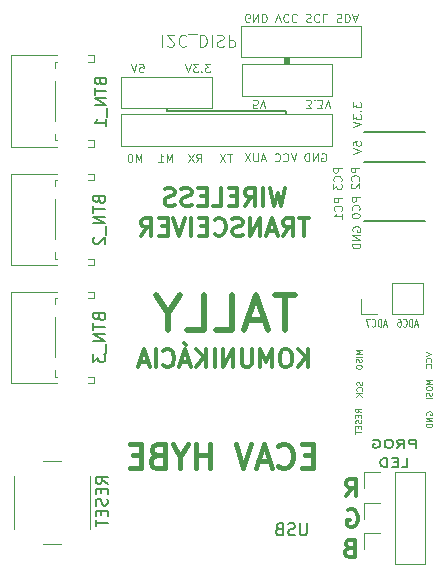
<source format=gbr>
G04 #@! TF.FileFunction,Legend,Bot*
%FSLAX46Y46*%
G04 Gerber Fmt 4.6, Leading zero omitted, Abs format (unit mm)*
G04 Created by KiCad (PCBNEW 4.0.7) date 01/10/19 16:23:13*
%MOMM*%
%LPD*%
G01*
G04 APERTURE LIST*
%ADD10C,0.100000*%
%ADD11C,0.150000*%
%ADD12C,0.300000*%
%ADD13C,0.500000*%
%ADD14C,0.400000*%
%ADD15C,0.120000*%
G04 APERTURE END LIST*
D10*
D11*
X108550000Y-90100000D02*
X108550000Y-90300000D01*
X98500000Y-90100000D02*
X108550000Y-90100000D01*
X98500000Y-89850000D02*
X98500000Y-90100000D01*
D10*
X98078572Y-83647619D02*
X98078572Y-84647619D01*
X98507143Y-84552381D02*
X98554762Y-84600000D01*
X98650000Y-84647619D01*
X98888096Y-84647619D01*
X98983334Y-84600000D01*
X99030953Y-84552381D01*
X99078572Y-84457143D01*
X99078572Y-84361905D01*
X99030953Y-84219048D01*
X98459524Y-83647619D01*
X99078572Y-83647619D01*
X100078572Y-83742857D02*
X100030953Y-83695238D01*
X99888096Y-83647619D01*
X99792858Y-83647619D01*
X99650000Y-83695238D01*
X99554762Y-83790476D01*
X99507143Y-83885714D01*
X99459524Y-84076190D01*
X99459524Y-84219048D01*
X99507143Y-84409524D01*
X99554762Y-84504762D01*
X99650000Y-84600000D01*
X99792858Y-84647619D01*
X99888096Y-84647619D01*
X100030953Y-84600000D01*
X100078572Y-84552381D01*
X100269048Y-83552381D02*
X101030953Y-83552381D01*
X101269048Y-83647619D02*
X101269048Y-84647619D01*
X101507143Y-84647619D01*
X101650001Y-84600000D01*
X101745239Y-84504762D01*
X101792858Y-84409524D01*
X101840477Y-84219048D01*
X101840477Y-84076190D01*
X101792858Y-83885714D01*
X101745239Y-83790476D01*
X101650001Y-83695238D01*
X101507143Y-83647619D01*
X101269048Y-83647619D01*
X102269048Y-83647619D02*
X102269048Y-84647619D01*
X102697619Y-83695238D02*
X102840476Y-83647619D01*
X103078572Y-83647619D01*
X103173810Y-83695238D01*
X103221429Y-83742857D01*
X103269048Y-83838095D01*
X103269048Y-83933333D01*
X103221429Y-84028571D01*
X103173810Y-84076190D01*
X103078572Y-84123810D01*
X102888095Y-84171429D01*
X102792857Y-84219048D01*
X102745238Y-84266667D01*
X102697619Y-84361905D01*
X102697619Y-84457143D01*
X102745238Y-84552381D01*
X102792857Y-84600000D01*
X102888095Y-84647619D01*
X103126191Y-84647619D01*
X103269048Y-84600000D01*
X103697619Y-83647619D02*
X103697619Y-84647619D01*
X104078572Y-84647619D01*
X104173810Y-84600000D01*
X104221429Y-84552381D01*
X104269048Y-84457143D01*
X104269048Y-84314286D01*
X104221429Y-84219048D01*
X104173810Y-84171429D01*
X104078572Y-84123810D01*
X103697619Y-84123810D01*
D12*
X108492857Y-96603571D02*
X108135714Y-98103571D01*
X107850000Y-97032143D01*
X107564286Y-98103571D01*
X107207143Y-96603571D01*
X106635714Y-98103571D02*
X106635714Y-96603571D01*
X105064285Y-98103571D02*
X105564285Y-97389286D01*
X105921428Y-98103571D02*
X105921428Y-96603571D01*
X105350000Y-96603571D01*
X105207142Y-96675000D01*
X105135714Y-96746429D01*
X105064285Y-96889286D01*
X105064285Y-97103571D01*
X105135714Y-97246429D01*
X105207142Y-97317857D01*
X105350000Y-97389286D01*
X105921428Y-97389286D01*
X104421428Y-97317857D02*
X103921428Y-97317857D01*
X103707142Y-98103571D02*
X104421428Y-98103571D01*
X104421428Y-96603571D01*
X103707142Y-96603571D01*
X102349999Y-98103571D02*
X103064285Y-98103571D01*
X103064285Y-96603571D01*
X101849999Y-97317857D02*
X101349999Y-97317857D01*
X101135713Y-98103571D02*
X101849999Y-98103571D01*
X101849999Y-96603571D01*
X101135713Y-96603571D01*
X100564285Y-98032143D02*
X100349999Y-98103571D01*
X99992856Y-98103571D01*
X99849999Y-98032143D01*
X99778570Y-97960714D01*
X99707142Y-97817857D01*
X99707142Y-97675000D01*
X99778570Y-97532143D01*
X99849999Y-97460714D01*
X99992856Y-97389286D01*
X100278570Y-97317857D01*
X100421428Y-97246429D01*
X100492856Y-97175000D01*
X100564285Y-97032143D01*
X100564285Y-96889286D01*
X100492856Y-96746429D01*
X100421428Y-96675000D01*
X100278570Y-96603571D01*
X99921428Y-96603571D01*
X99707142Y-96675000D01*
X99135714Y-98032143D02*
X98921428Y-98103571D01*
X98564285Y-98103571D01*
X98421428Y-98032143D01*
X98349999Y-97960714D01*
X98278571Y-97817857D01*
X98278571Y-97675000D01*
X98349999Y-97532143D01*
X98421428Y-97460714D01*
X98564285Y-97389286D01*
X98849999Y-97317857D01*
X98992857Y-97246429D01*
X99064285Y-97175000D01*
X99135714Y-97032143D01*
X99135714Y-96889286D01*
X99064285Y-96746429D01*
X98992857Y-96675000D01*
X98849999Y-96603571D01*
X98492857Y-96603571D01*
X98278571Y-96675000D01*
X110528571Y-99153571D02*
X109671428Y-99153571D01*
X110099999Y-100653571D02*
X110099999Y-99153571D01*
X108314285Y-100653571D02*
X108814285Y-99939286D01*
X109171428Y-100653571D02*
X109171428Y-99153571D01*
X108600000Y-99153571D01*
X108457142Y-99225000D01*
X108385714Y-99296429D01*
X108314285Y-99439286D01*
X108314285Y-99653571D01*
X108385714Y-99796429D01*
X108457142Y-99867857D01*
X108600000Y-99939286D01*
X109171428Y-99939286D01*
X107742857Y-100225000D02*
X107028571Y-100225000D01*
X107885714Y-100653571D02*
X107385714Y-99153571D01*
X106885714Y-100653571D01*
X106385714Y-100653571D02*
X106385714Y-99153571D01*
X105528571Y-100653571D01*
X105528571Y-99153571D01*
X104885714Y-100582143D02*
X104671428Y-100653571D01*
X104314285Y-100653571D01*
X104171428Y-100582143D01*
X104099999Y-100510714D01*
X104028571Y-100367857D01*
X104028571Y-100225000D01*
X104099999Y-100082143D01*
X104171428Y-100010714D01*
X104314285Y-99939286D01*
X104599999Y-99867857D01*
X104742857Y-99796429D01*
X104814285Y-99725000D01*
X104885714Y-99582143D01*
X104885714Y-99439286D01*
X104814285Y-99296429D01*
X104742857Y-99225000D01*
X104599999Y-99153571D01*
X104242857Y-99153571D01*
X104028571Y-99225000D01*
X102528571Y-100510714D02*
X102600000Y-100582143D01*
X102814286Y-100653571D01*
X102957143Y-100653571D01*
X103171428Y-100582143D01*
X103314286Y-100439286D01*
X103385714Y-100296429D01*
X103457143Y-100010714D01*
X103457143Y-99796429D01*
X103385714Y-99510714D01*
X103314286Y-99367857D01*
X103171428Y-99225000D01*
X102957143Y-99153571D01*
X102814286Y-99153571D01*
X102600000Y-99225000D01*
X102528571Y-99296429D01*
X101885714Y-99867857D02*
X101385714Y-99867857D01*
X101171428Y-100653571D02*
X101885714Y-100653571D01*
X101885714Y-99153571D01*
X101171428Y-99153571D01*
X100528571Y-100653571D02*
X100528571Y-99153571D01*
X100028571Y-99153571D02*
X99528571Y-100653571D01*
X99028571Y-99153571D01*
X98528571Y-99867857D02*
X98028571Y-99867857D01*
X97814285Y-100653571D02*
X98528571Y-100653571D01*
X98528571Y-99153571D01*
X97814285Y-99153571D01*
X96314285Y-100653571D02*
X96814285Y-99939286D01*
X97171428Y-100653571D02*
X97171428Y-99153571D01*
X96600000Y-99153571D01*
X96457142Y-99225000D01*
X96385714Y-99296429D01*
X96314285Y-99439286D01*
X96314285Y-99653571D01*
X96385714Y-99796429D01*
X96457142Y-99867857D01*
X96600000Y-99939286D01*
X97171428Y-99939286D01*
X110457143Y-111778571D02*
X110457143Y-110278571D01*
X109600000Y-111778571D02*
X110242857Y-110921429D01*
X109600000Y-110278571D02*
X110457143Y-111135714D01*
X108671429Y-110278571D02*
X108385715Y-110278571D01*
X108242857Y-110350000D01*
X108100000Y-110492857D01*
X108028572Y-110778571D01*
X108028572Y-111278571D01*
X108100000Y-111564286D01*
X108242857Y-111707143D01*
X108385715Y-111778571D01*
X108671429Y-111778571D01*
X108814286Y-111707143D01*
X108957143Y-111564286D01*
X109028572Y-111278571D01*
X109028572Y-110778571D01*
X108957143Y-110492857D01*
X108814286Y-110350000D01*
X108671429Y-110278571D01*
X107385714Y-111778571D02*
X107385714Y-110278571D01*
X106885714Y-111350000D01*
X106385714Y-110278571D01*
X106385714Y-111778571D01*
X105671428Y-110278571D02*
X105671428Y-111492857D01*
X105600000Y-111635714D01*
X105528571Y-111707143D01*
X105385714Y-111778571D01*
X105100000Y-111778571D01*
X104957142Y-111707143D01*
X104885714Y-111635714D01*
X104814285Y-111492857D01*
X104814285Y-110278571D01*
X104099999Y-111778571D02*
X104099999Y-110278571D01*
X103242856Y-111778571D01*
X103242856Y-110278571D01*
X102528570Y-111778571D02*
X102528570Y-110278571D01*
X101814284Y-111778571D02*
X101814284Y-110278571D01*
X100957141Y-111778571D02*
X101599998Y-110921429D01*
X100957141Y-110278571D02*
X101814284Y-111135714D01*
X100385713Y-111350000D02*
X99671427Y-111350000D01*
X100528570Y-111778571D02*
X100028570Y-110278571D01*
X99528570Y-111778571D01*
X99885713Y-109707143D02*
X100099998Y-109921429D01*
X98171427Y-111635714D02*
X98242856Y-111707143D01*
X98457142Y-111778571D01*
X98599999Y-111778571D01*
X98814284Y-111707143D01*
X98957142Y-111564286D01*
X99028570Y-111421429D01*
X99099999Y-111135714D01*
X99099999Y-110921429D01*
X99028570Y-110635714D01*
X98957142Y-110492857D01*
X98814284Y-110350000D01*
X98599999Y-110278571D01*
X98457142Y-110278571D01*
X98242856Y-110350000D01*
X98171427Y-110421429D01*
X97528570Y-111778571D02*
X97528570Y-110278571D01*
X96885713Y-111350000D02*
X96171427Y-111350000D01*
X97028570Y-111778571D02*
X96528570Y-110278571D01*
X96028570Y-111778571D01*
D13*
X109307143Y-105657143D02*
X107592857Y-105657143D01*
X108450000Y-108657143D02*
X108450000Y-105657143D01*
X106735714Y-107800000D02*
X105307143Y-107800000D01*
X107021429Y-108657143D02*
X106021429Y-105657143D01*
X105021429Y-108657143D01*
X102592857Y-108657143D02*
X104021428Y-108657143D01*
X104021428Y-105657143D01*
X100164286Y-108657143D02*
X101592857Y-108657143D01*
X101592857Y-105657143D01*
X98592858Y-107228571D02*
X98592858Y-108657143D01*
X99592858Y-105657143D02*
X98592858Y-107228571D01*
X97592858Y-105657143D01*
D14*
X110864287Y-119257143D02*
X110197620Y-119257143D01*
X109911906Y-120304762D02*
X110864287Y-120304762D01*
X110864287Y-118304762D01*
X109911906Y-118304762D01*
X107911905Y-120114286D02*
X108007143Y-120209524D01*
X108292858Y-120304762D01*
X108483334Y-120304762D01*
X108769048Y-120209524D01*
X108959524Y-120019048D01*
X109054763Y-119828571D01*
X109150001Y-119447619D01*
X109150001Y-119161905D01*
X109054763Y-118780952D01*
X108959524Y-118590476D01*
X108769048Y-118400000D01*
X108483334Y-118304762D01*
X108292858Y-118304762D01*
X108007143Y-118400000D01*
X107911905Y-118495238D01*
X107150001Y-119733333D02*
X106197620Y-119733333D01*
X107340477Y-120304762D02*
X106673810Y-118304762D01*
X106007143Y-120304762D01*
X105626191Y-118304762D02*
X104959524Y-120304762D01*
X104292857Y-118304762D01*
X102102381Y-120304762D02*
X102102381Y-118304762D01*
X102102381Y-119257143D02*
X100959523Y-119257143D01*
X100959523Y-120304762D02*
X100959523Y-118304762D01*
X99626190Y-119352381D02*
X99626190Y-120304762D01*
X100292857Y-118304762D02*
X99626190Y-119352381D01*
X98959523Y-118304762D01*
X97626190Y-119257143D02*
X97340476Y-119352381D01*
X97245237Y-119447619D01*
X97149999Y-119638095D01*
X97149999Y-119923810D01*
X97245237Y-120114286D01*
X97340476Y-120209524D01*
X97530952Y-120304762D01*
X98292857Y-120304762D01*
X98292857Y-118304762D01*
X97626190Y-118304762D01*
X97435714Y-118400000D01*
X97340476Y-118495238D01*
X97245237Y-118685714D01*
X97245237Y-118876190D01*
X97340476Y-119066667D01*
X97435714Y-119161905D01*
X97626190Y-119257143D01*
X98292857Y-119257143D01*
X96292857Y-119257143D02*
X95626190Y-119257143D01*
X95340476Y-120304762D02*
X96292857Y-120304762D01*
X96292857Y-118304762D01*
X95340476Y-118304762D01*
D11*
X108450000Y-86100000D02*
X108450000Y-85600000D01*
X108550000Y-85600000D02*
X108450000Y-86100000D01*
X108550000Y-86100000D02*
X108550000Y-85600000D01*
X108650000Y-85600000D02*
X108550000Y-86100000D01*
X108700000Y-86100000D02*
X108650000Y-85600000D01*
X108750000Y-85600000D02*
X108700000Y-86100000D01*
X108850000Y-86100000D02*
X108750000Y-85600000D01*
X108850000Y-85550000D02*
X108850000Y-86100000D01*
D10*
X113266667Y-94933334D02*
X112566667Y-94933334D01*
X112566667Y-95200000D01*
X112600000Y-95266667D01*
X112633333Y-95300000D01*
X112700000Y-95333334D01*
X112800000Y-95333334D01*
X112866667Y-95300000D01*
X112900000Y-95266667D01*
X112933333Y-95200000D01*
X112933333Y-94933334D01*
X113200000Y-96033334D02*
X113233333Y-96000000D01*
X113266667Y-95900000D01*
X113266667Y-95833334D01*
X113233333Y-95733334D01*
X113166667Y-95666667D01*
X113100000Y-95633334D01*
X112966667Y-95600000D01*
X112866667Y-95600000D01*
X112733333Y-95633334D01*
X112666667Y-95666667D01*
X112600000Y-95733334D01*
X112566667Y-95833334D01*
X112566667Y-95900000D01*
X112600000Y-96000000D01*
X112633333Y-96033334D01*
X112566667Y-96266667D02*
X112566667Y-96700000D01*
X112833333Y-96466667D01*
X112833333Y-96566667D01*
X112866667Y-96633334D01*
X112900000Y-96666667D01*
X112966667Y-96700000D01*
X113133333Y-96700000D01*
X113200000Y-96666667D01*
X113233333Y-96633334D01*
X113266667Y-96566667D01*
X113266667Y-96366667D01*
X113233333Y-96300000D01*
X113200000Y-96266667D01*
X114766667Y-94883334D02*
X114066667Y-94883334D01*
X114066667Y-95150000D01*
X114100000Y-95216667D01*
X114133333Y-95250000D01*
X114200000Y-95283334D01*
X114300000Y-95283334D01*
X114366667Y-95250000D01*
X114400000Y-95216667D01*
X114433333Y-95150000D01*
X114433333Y-94883334D01*
X114700000Y-95983334D02*
X114733333Y-95950000D01*
X114766667Y-95850000D01*
X114766667Y-95783334D01*
X114733333Y-95683334D01*
X114666667Y-95616667D01*
X114600000Y-95583334D01*
X114466667Y-95550000D01*
X114366667Y-95550000D01*
X114233333Y-95583334D01*
X114166667Y-95616667D01*
X114100000Y-95683334D01*
X114066667Y-95783334D01*
X114066667Y-95850000D01*
X114100000Y-95950000D01*
X114133333Y-95983334D01*
X114133333Y-96250000D02*
X114100000Y-96283334D01*
X114066667Y-96350000D01*
X114066667Y-96516667D01*
X114100000Y-96583334D01*
X114133333Y-96616667D01*
X114200000Y-96650000D01*
X114266667Y-96650000D01*
X114366667Y-96616667D01*
X114766667Y-96216667D01*
X114766667Y-96650000D01*
X113316667Y-97433334D02*
X112616667Y-97433334D01*
X112616667Y-97700000D01*
X112650000Y-97766667D01*
X112683333Y-97800000D01*
X112750000Y-97833334D01*
X112850000Y-97833334D01*
X112916667Y-97800000D01*
X112950000Y-97766667D01*
X112983333Y-97700000D01*
X112983333Y-97433334D01*
X113250000Y-98533334D02*
X113283333Y-98500000D01*
X113316667Y-98400000D01*
X113316667Y-98333334D01*
X113283333Y-98233334D01*
X113216667Y-98166667D01*
X113150000Y-98133334D01*
X113016667Y-98100000D01*
X112916667Y-98100000D01*
X112783333Y-98133334D01*
X112716667Y-98166667D01*
X112650000Y-98233334D01*
X112616667Y-98333334D01*
X112616667Y-98400000D01*
X112650000Y-98500000D01*
X112683333Y-98533334D01*
X113316667Y-99200000D02*
X113316667Y-98800000D01*
X113316667Y-99000000D02*
X112616667Y-99000000D01*
X112716667Y-98933334D01*
X112783333Y-98866667D01*
X112816667Y-98800000D01*
X114816667Y-97383334D02*
X114116667Y-97383334D01*
X114116667Y-97650000D01*
X114150000Y-97716667D01*
X114183333Y-97750000D01*
X114250000Y-97783334D01*
X114350000Y-97783334D01*
X114416667Y-97750000D01*
X114450000Y-97716667D01*
X114483333Y-97650000D01*
X114483333Y-97383334D01*
X114750000Y-98483334D02*
X114783333Y-98450000D01*
X114816667Y-98350000D01*
X114816667Y-98283334D01*
X114783333Y-98183334D01*
X114716667Y-98116667D01*
X114650000Y-98083334D01*
X114516667Y-98050000D01*
X114416667Y-98050000D01*
X114283333Y-98083334D01*
X114216667Y-98116667D01*
X114150000Y-98183334D01*
X114116667Y-98283334D01*
X114116667Y-98350000D01*
X114150000Y-98450000D01*
X114183333Y-98483334D01*
X114116667Y-98916667D02*
X114116667Y-98983334D01*
X114150000Y-99050000D01*
X114183333Y-99083334D01*
X114250000Y-99116667D01*
X114383333Y-99150000D01*
X114550000Y-99150000D01*
X114683333Y-99116667D01*
X114750000Y-99083334D01*
X114783333Y-99050000D01*
X114816667Y-98983334D01*
X114816667Y-98916667D01*
X114783333Y-98850000D01*
X114750000Y-98816667D01*
X114683333Y-98783334D01*
X114550000Y-98750000D01*
X114383333Y-98750000D01*
X114250000Y-98783334D01*
X114183333Y-98816667D01*
X114150000Y-98850000D01*
X114116667Y-98916667D01*
D11*
X115200000Y-99450000D02*
X120350000Y-99450000D01*
D10*
X114200000Y-100266667D02*
X114166667Y-100200001D01*
X114166667Y-100100001D01*
X114200000Y-100000001D01*
X114266667Y-99933334D01*
X114333333Y-99900001D01*
X114466667Y-99866667D01*
X114566667Y-99866667D01*
X114700000Y-99900001D01*
X114766667Y-99933334D01*
X114833333Y-100000001D01*
X114866667Y-100100001D01*
X114866667Y-100166667D01*
X114833333Y-100266667D01*
X114800000Y-100300001D01*
X114566667Y-100300001D01*
X114566667Y-100166667D01*
X114866667Y-100600001D02*
X114166667Y-100600001D01*
X114866667Y-101000001D01*
X114166667Y-101000001D01*
X114866667Y-101333334D02*
X114166667Y-101333334D01*
X114166667Y-101500000D01*
X114200000Y-101600000D01*
X114266667Y-101666667D01*
X114333333Y-101700000D01*
X114466667Y-101733334D01*
X114566667Y-101733334D01*
X114700000Y-101700000D01*
X114766667Y-101666667D01*
X114833333Y-101600000D01*
X114866667Y-101500000D01*
X114866667Y-101333334D01*
X114216667Y-89366667D02*
X114216667Y-89800000D01*
X114483333Y-89566667D01*
X114483333Y-89666667D01*
X114516667Y-89733334D01*
X114550000Y-89766667D01*
X114616667Y-89800000D01*
X114783333Y-89800000D01*
X114850000Y-89766667D01*
X114883333Y-89733334D01*
X114916667Y-89666667D01*
X114916667Y-89466667D01*
X114883333Y-89400000D01*
X114850000Y-89366667D01*
X114850000Y-90100001D02*
X114883333Y-90133334D01*
X114916667Y-90100001D01*
X114883333Y-90066667D01*
X114850000Y-90100001D01*
X114916667Y-90100001D01*
X114216667Y-90366667D02*
X114216667Y-90800000D01*
X114483333Y-90566667D01*
X114483333Y-90666667D01*
X114516667Y-90733334D01*
X114550000Y-90766667D01*
X114616667Y-90800000D01*
X114783333Y-90800000D01*
X114850000Y-90766667D01*
X114883333Y-90733334D01*
X114916667Y-90666667D01*
X114916667Y-90466667D01*
X114883333Y-90400000D01*
X114850000Y-90366667D01*
X114216667Y-91000001D02*
X114916667Y-91233334D01*
X114216667Y-91466667D01*
X114216667Y-93016667D02*
X114216667Y-92683334D01*
X114550000Y-92650000D01*
X114516667Y-92683334D01*
X114483333Y-92750000D01*
X114483333Y-92916667D01*
X114516667Y-92983334D01*
X114550000Y-93016667D01*
X114616667Y-93050000D01*
X114783333Y-93050000D01*
X114850000Y-93016667D01*
X114883333Y-92983334D01*
X114916667Y-92916667D01*
X114916667Y-92750000D01*
X114883333Y-92683334D01*
X114850000Y-92650000D01*
X114216667Y-93250001D02*
X114916667Y-93483334D01*
X114216667Y-93716667D01*
D11*
X115200000Y-94400000D02*
X120350000Y-94400000D01*
X115200000Y-91850000D02*
X120350000Y-91850000D01*
D10*
X111583333Y-93700000D02*
X111649999Y-93666667D01*
X111749999Y-93666667D01*
X111849999Y-93700000D01*
X111916666Y-93766667D01*
X111949999Y-93833333D01*
X111983333Y-93966667D01*
X111983333Y-94066667D01*
X111949999Y-94200000D01*
X111916666Y-94266667D01*
X111849999Y-94333333D01*
X111749999Y-94366667D01*
X111683333Y-94366667D01*
X111583333Y-94333333D01*
X111549999Y-94300000D01*
X111549999Y-94066667D01*
X111683333Y-94066667D01*
X111249999Y-94366667D02*
X111249999Y-93666667D01*
X110849999Y-94366667D01*
X110849999Y-93666667D01*
X110516666Y-94366667D02*
X110516666Y-93666667D01*
X110350000Y-93666667D01*
X110250000Y-93700000D01*
X110183333Y-93766667D01*
X110150000Y-93833333D01*
X110116666Y-93966667D01*
X110116666Y-94066667D01*
X110150000Y-94200000D01*
X110183333Y-94266667D01*
X110250000Y-94333333D01*
X110350000Y-94366667D01*
X110516666Y-94366667D01*
X109433333Y-93666667D02*
X109200000Y-94366667D01*
X108966667Y-93666667D01*
X108333333Y-94300000D02*
X108366667Y-94333333D01*
X108466667Y-94366667D01*
X108533333Y-94366667D01*
X108633333Y-94333333D01*
X108700000Y-94266667D01*
X108733333Y-94200000D01*
X108766667Y-94066667D01*
X108766667Y-93966667D01*
X108733333Y-93833333D01*
X108700000Y-93766667D01*
X108633333Y-93700000D01*
X108533333Y-93666667D01*
X108466667Y-93666667D01*
X108366667Y-93700000D01*
X108333333Y-93733333D01*
X107633333Y-94300000D02*
X107666667Y-94333333D01*
X107766667Y-94366667D01*
X107833333Y-94366667D01*
X107933333Y-94333333D01*
X108000000Y-94266667D01*
X108033333Y-94200000D01*
X108066667Y-94066667D01*
X108066667Y-93966667D01*
X108033333Y-93833333D01*
X108000000Y-93766667D01*
X107933333Y-93700000D01*
X107833333Y-93666667D01*
X107766667Y-93666667D01*
X107666667Y-93700000D01*
X107633333Y-93733333D01*
X106816667Y-94166667D02*
X106483333Y-94166667D01*
X106883333Y-94366667D02*
X106650000Y-93666667D01*
X106416667Y-94366667D01*
X106183333Y-93666667D02*
X106183333Y-94233333D01*
X106150000Y-94300000D01*
X106116667Y-94333333D01*
X106050000Y-94366667D01*
X105916667Y-94366667D01*
X105850000Y-94333333D01*
X105816667Y-94300000D01*
X105783333Y-94233333D01*
X105783333Y-93666667D01*
X105516667Y-93666667D02*
X105050000Y-94366667D01*
X105050000Y-93666667D02*
X105516667Y-94366667D01*
X103983333Y-93716667D02*
X103583333Y-93716667D01*
X103783333Y-94416667D02*
X103783333Y-93716667D01*
X103416667Y-93716667D02*
X102950000Y-94416667D01*
X102950000Y-93716667D02*
X103416667Y-94416667D01*
X100966666Y-94416667D02*
X101200000Y-94083333D01*
X101366666Y-94416667D02*
X101366666Y-93716667D01*
X101100000Y-93716667D01*
X101033333Y-93750000D01*
X101000000Y-93783333D01*
X100966666Y-93850000D01*
X100966666Y-93950000D01*
X101000000Y-94016667D01*
X101033333Y-94050000D01*
X101100000Y-94083333D01*
X101366666Y-94083333D01*
X100733333Y-93716667D02*
X100266666Y-94416667D01*
X100266666Y-93716667D02*
X100733333Y-94416667D01*
X98916666Y-94416667D02*
X98916666Y-93716667D01*
X98683333Y-94216667D01*
X98450000Y-93716667D01*
X98450000Y-94416667D01*
X97750000Y-94416667D02*
X98150000Y-94416667D01*
X97950000Y-94416667D02*
X97950000Y-93716667D01*
X98016666Y-93816667D01*
X98083333Y-93883333D01*
X98150000Y-93916667D01*
X96316666Y-94416667D02*
X96316666Y-93716667D01*
X96083333Y-94216667D01*
X95850000Y-93716667D01*
X95850000Y-94416667D01*
X95383333Y-93716667D02*
X95316666Y-93716667D01*
X95250000Y-93750000D01*
X95216666Y-93783333D01*
X95183333Y-93850000D01*
X95150000Y-93983333D01*
X95150000Y-94150000D01*
X95183333Y-94283333D01*
X95216666Y-94350000D01*
X95250000Y-94383333D01*
X95316666Y-94416667D01*
X95383333Y-94416667D01*
X95450000Y-94383333D01*
X95483333Y-94350000D01*
X95516666Y-94283333D01*
X95550000Y-94150000D01*
X95550000Y-93983333D01*
X95516666Y-93850000D01*
X95483333Y-93783333D01*
X95450000Y-93750000D01*
X95383333Y-93716667D01*
X110216667Y-89833333D02*
X110650000Y-89833333D01*
X110416667Y-89566667D01*
X110516667Y-89566667D01*
X110583334Y-89533333D01*
X110616667Y-89500000D01*
X110650000Y-89433333D01*
X110650000Y-89266667D01*
X110616667Y-89200000D01*
X110583334Y-89166667D01*
X110516667Y-89133333D01*
X110316667Y-89133333D01*
X110250000Y-89166667D01*
X110216667Y-89200000D01*
X110950001Y-89200000D02*
X110983334Y-89166667D01*
X110950001Y-89133333D01*
X110916667Y-89166667D01*
X110950001Y-89200000D01*
X110950001Y-89133333D01*
X111216667Y-89833333D02*
X111650000Y-89833333D01*
X111416667Y-89566667D01*
X111516667Y-89566667D01*
X111583334Y-89533333D01*
X111616667Y-89500000D01*
X111650000Y-89433333D01*
X111650000Y-89266667D01*
X111616667Y-89200000D01*
X111583334Y-89166667D01*
X111516667Y-89133333D01*
X111316667Y-89133333D01*
X111250000Y-89166667D01*
X111216667Y-89200000D01*
X111850001Y-89833333D02*
X112083334Y-89133333D01*
X112316667Y-89833333D01*
X106116667Y-89833333D02*
X105783334Y-89833333D01*
X105750000Y-89500000D01*
X105783334Y-89533333D01*
X105850000Y-89566667D01*
X106016667Y-89566667D01*
X106083334Y-89533333D01*
X106116667Y-89500000D01*
X106150000Y-89433333D01*
X106150000Y-89266667D01*
X106116667Y-89200000D01*
X106083334Y-89166667D01*
X106016667Y-89133333D01*
X105850000Y-89133333D01*
X105783334Y-89166667D01*
X105750000Y-89200000D01*
X106350001Y-89833333D02*
X106583334Y-89133333D01*
X106816667Y-89833333D01*
X112850000Y-81916667D02*
X112950000Y-81883333D01*
X113116667Y-81883333D01*
X113183334Y-81916667D01*
X113216667Y-81950000D01*
X113250000Y-82016667D01*
X113250000Y-82083333D01*
X113216667Y-82150000D01*
X113183334Y-82183333D01*
X113116667Y-82216667D01*
X112983334Y-82250000D01*
X112916667Y-82283333D01*
X112883334Y-82316667D01*
X112850000Y-82383333D01*
X112850000Y-82450000D01*
X112883334Y-82516667D01*
X112916667Y-82550000D01*
X112983334Y-82583333D01*
X113150000Y-82583333D01*
X113250000Y-82550000D01*
X113550001Y-81883333D02*
X113550001Y-82583333D01*
X113716667Y-82583333D01*
X113816667Y-82550000D01*
X113883334Y-82483333D01*
X113916667Y-82416667D01*
X113950001Y-82283333D01*
X113950001Y-82183333D01*
X113916667Y-82050000D01*
X113883334Y-81983333D01*
X113816667Y-81916667D01*
X113716667Y-81883333D01*
X113550001Y-81883333D01*
X114216667Y-82083333D02*
X114550001Y-82083333D01*
X114150001Y-81883333D02*
X114383334Y-82583333D01*
X114616667Y-81883333D01*
X110266666Y-81916667D02*
X110366666Y-81883333D01*
X110533333Y-81883333D01*
X110600000Y-81916667D01*
X110633333Y-81950000D01*
X110666666Y-82016667D01*
X110666666Y-82083333D01*
X110633333Y-82150000D01*
X110600000Y-82183333D01*
X110533333Y-82216667D01*
X110400000Y-82250000D01*
X110333333Y-82283333D01*
X110300000Y-82316667D01*
X110266666Y-82383333D01*
X110266666Y-82450000D01*
X110300000Y-82516667D01*
X110333333Y-82550000D01*
X110400000Y-82583333D01*
X110566666Y-82583333D01*
X110666666Y-82550000D01*
X111366667Y-81950000D02*
X111333333Y-81916667D01*
X111233333Y-81883333D01*
X111166667Y-81883333D01*
X111066667Y-81916667D01*
X111000000Y-81983333D01*
X110966667Y-82050000D01*
X110933333Y-82183333D01*
X110933333Y-82283333D01*
X110966667Y-82416667D01*
X111000000Y-82483333D01*
X111066667Y-82550000D01*
X111166667Y-82583333D01*
X111233333Y-82583333D01*
X111333333Y-82550000D01*
X111366667Y-82516667D01*
X112000000Y-81883333D02*
X111666667Y-81883333D01*
X111666667Y-82583333D01*
X105466667Y-82550000D02*
X105400001Y-82583333D01*
X105300001Y-82583333D01*
X105200001Y-82550000D01*
X105133334Y-82483333D01*
X105100001Y-82416667D01*
X105066667Y-82283333D01*
X105066667Y-82183333D01*
X105100001Y-82050000D01*
X105133334Y-81983333D01*
X105200001Y-81916667D01*
X105300001Y-81883333D01*
X105366667Y-81883333D01*
X105466667Y-81916667D01*
X105500001Y-81950000D01*
X105500001Y-82183333D01*
X105366667Y-82183333D01*
X105800001Y-81883333D02*
X105800001Y-82583333D01*
X106200001Y-81883333D01*
X106200001Y-82583333D01*
X106533334Y-81883333D02*
X106533334Y-82583333D01*
X106700000Y-82583333D01*
X106800000Y-82550000D01*
X106866667Y-82483333D01*
X106900000Y-82416667D01*
X106933334Y-82283333D01*
X106933334Y-82183333D01*
X106900000Y-82050000D01*
X106866667Y-81983333D01*
X106800000Y-81916667D01*
X106700000Y-81883333D01*
X106533334Y-81883333D01*
X102133333Y-86116667D02*
X101700000Y-86116667D01*
X101933333Y-86383333D01*
X101833333Y-86383333D01*
X101766666Y-86416667D01*
X101733333Y-86450000D01*
X101700000Y-86516667D01*
X101700000Y-86683333D01*
X101733333Y-86750000D01*
X101766666Y-86783333D01*
X101833333Y-86816667D01*
X102033333Y-86816667D01*
X102100000Y-86783333D01*
X102133333Y-86750000D01*
X101399999Y-86750000D02*
X101366666Y-86783333D01*
X101399999Y-86816667D01*
X101433333Y-86783333D01*
X101399999Y-86750000D01*
X101399999Y-86816667D01*
X101133333Y-86116667D02*
X100700000Y-86116667D01*
X100933333Y-86383333D01*
X100833333Y-86383333D01*
X100766666Y-86416667D01*
X100733333Y-86450000D01*
X100700000Y-86516667D01*
X100700000Y-86683333D01*
X100733333Y-86750000D01*
X100766666Y-86783333D01*
X100833333Y-86816667D01*
X101033333Y-86816667D01*
X101100000Y-86783333D01*
X101133333Y-86750000D01*
X100499999Y-86116667D02*
X100266666Y-86816667D01*
X100033333Y-86116667D01*
X96133333Y-86116667D02*
X96466666Y-86116667D01*
X96500000Y-86450000D01*
X96466666Y-86416667D01*
X96400000Y-86383333D01*
X96233333Y-86383333D01*
X96166666Y-86416667D01*
X96133333Y-86450000D01*
X96100000Y-86516667D01*
X96100000Y-86683333D01*
X96133333Y-86750000D01*
X96166666Y-86783333D01*
X96233333Y-86816667D01*
X96400000Y-86816667D01*
X96466666Y-86783333D01*
X96500000Y-86750000D01*
X95899999Y-86116667D02*
X95666666Y-86816667D01*
X95433333Y-86116667D01*
X119707142Y-108166667D02*
X119469047Y-108166667D01*
X119754761Y-108366667D02*
X119588094Y-107666667D01*
X119421428Y-108366667D01*
X119254761Y-108366667D02*
X119254761Y-107666667D01*
X119135714Y-107666667D01*
X119064285Y-107700000D01*
X119016666Y-107766667D01*
X118992857Y-107833333D01*
X118969047Y-107966667D01*
X118969047Y-108066667D01*
X118992857Y-108200000D01*
X119016666Y-108266667D01*
X119064285Y-108333333D01*
X119135714Y-108366667D01*
X119254761Y-108366667D01*
X118469047Y-108300000D02*
X118492857Y-108333333D01*
X118564285Y-108366667D01*
X118611904Y-108366667D01*
X118683333Y-108333333D01*
X118730952Y-108266667D01*
X118754761Y-108200000D01*
X118778571Y-108066667D01*
X118778571Y-107966667D01*
X118754761Y-107833333D01*
X118730952Y-107766667D01*
X118683333Y-107700000D01*
X118611904Y-107666667D01*
X118564285Y-107666667D01*
X118492857Y-107700000D01*
X118469047Y-107733333D01*
X118040476Y-107666667D02*
X118135714Y-107666667D01*
X118183333Y-107700000D01*
X118207142Y-107733333D01*
X118254761Y-107833333D01*
X118278571Y-107966667D01*
X118278571Y-108233333D01*
X118254761Y-108300000D01*
X118230952Y-108333333D01*
X118183333Y-108366667D01*
X118088095Y-108366667D01*
X118040476Y-108333333D01*
X118016666Y-108300000D01*
X117992857Y-108233333D01*
X117992857Y-108066667D01*
X118016666Y-108000000D01*
X118040476Y-107966667D01*
X118088095Y-107933333D01*
X118183333Y-107933333D01*
X118230952Y-107966667D01*
X118254761Y-108000000D01*
X118278571Y-108066667D01*
X117057142Y-108166667D02*
X116819047Y-108166667D01*
X117104761Y-108366667D02*
X116938094Y-107666667D01*
X116771428Y-108366667D01*
X116604761Y-108366667D02*
X116604761Y-107666667D01*
X116485714Y-107666667D01*
X116414285Y-107700000D01*
X116366666Y-107766667D01*
X116342857Y-107833333D01*
X116319047Y-107966667D01*
X116319047Y-108066667D01*
X116342857Y-108200000D01*
X116366666Y-108266667D01*
X116414285Y-108333333D01*
X116485714Y-108366667D01*
X116604761Y-108366667D01*
X115819047Y-108300000D02*
X115842857Y-108333333D01*
X115914285Y-108366667D01*
X115961904Y-108366667D01*
X116033333Y-108333333D01*
X116080952Y-108266667D01*
X116104761Y-108200000D01*
X116128571Y-108066667D01*
X116128571Y-107966667D01*
X116104761Y-107833333D01*
X116080952Y-107766667D01*
X116033333Y-107700000D01*
X115961904Y-107666667D01*
X115914285Y-107666667D01*
X115842857Y-107700000D01*
X115819047Y-107733333D01*
X115652380Y-107666667D02*
X115319047Y-107666667D01*
X115533333Y-108366667D01*
X120376190Y-110533334D02*
X120876190Y-110700001D01*
X120376190Y-110866667D01*
X120828571Y-111319048D02*
X120852381Y-111295238D01*
X120876190Y-111223810D01*
X120876190Y-111176191D01*
X120852381Y-111104762D01*
X120804762Y-111057143D01*
X120757143Y-111033334D01*
X120661905Y-111009524D01*
X120590476Y-111009524D01*
X120495238Y-111033334D01*
X120447619Y-111057143D01*
X120400000Y-111104762D01*
X120376190Y-111176191D01*
X120376190Y-111223810D01*
X120400000Y-111295238D01*
X120423810Y-111319048D01*
X120828571Y-111819048D02*
X120852381Y-111795238D01*
X120876190Y-111723810D01*
X120876190Y-111676191D01*
X120852381Y-111604762D01*
X120804762Y-111557143D01*
X120757143Y-111533334D01*
X120661905Y-111509524D01*
X120590476Y-111509524D01*
X120495238Y-111533334D01*
X120447619Y-111557143D01*
X120400000Y-111604762D01*
X120376190Y-111676191D01*
X120376190Y-111723810D01*
X120400000Y-111795238D01*
X120423810Y-111819048D01*
X120450000Y-115819047D02*
X120426190Y-115771428D01*
X120426190Y-115700000D01*
X120450000Y-115628571D01*
X120497619Y-115580952D01*
X120545238Y-115557143D01*
X120640476Y-115533333D01*
X120711905Y-115533333D01*
X120807143Y-115557143D01*
X120854762Y-115580952D01*
X120902381Y-115628571D01*
X120926190Y-115700000D01*
X120926190Y-115747619D01*
X120902381Y-115819047D01*
X120878571Y-115842857D01*
X120711905Y-115842857D01*
X120711905Y-115747619D01*
X120926190Y-116057143D02*
X120426190Y-116057143D01*
X120926190Y-116342857D01*
X120426190Y-116342857D01*
X120926190Y-116580953D02*
X120426190Y-116580953D01*
X120426190Y-116700000D01*
X120450000Y-116771429D01*
X120497619Y-116819048D01*
X120545238Y-116842857D01*
X120640476Y-116866667D01*
X120711905Y-116866667D01*
X120807143Y-116842857D01*
X120854762Y-116819048D01*
X120902381Y-116771429D01*
X120926190Y-116700000D01*
X120926190Y-116580953D01*
D11*
X119535714Y-118616667D02*
X119535714Y-117916667D01*
X119154761Y-117916667D01*
X119059523Y-117950000D01*
X119011904Y-117983333D01*
X118964285Y-118050000D01*
X118964285Y-118150000D01*
X119011904Y-118216667D01*
X119059523Y-118250000D01*
X119154761Y-118283333D01*
X119535714Y-118283333D01*
X117964285Y-118616667D02*
X118297619Y-118283333D01*
X118535714Y-118616667D02*
X118535714Y-117916667D01*
X118154761Y-117916667D01*
X118059523Y-117950000D01*
X118011904Y-117983333D01*
X117964285Y-118050000D01*
X117964285Y-118150000D01*
X118011904Y-118216667D01*
X118059523Y-118250000D01*
X118154761Y-118283333D01*
X118535714Y-118283333D01*
X117345238Y-117916667D02*
X117154761Y-117916667D01*
X117059523Y-117950000D01*
X116964285Y-118016667D01*
X116916666Y-118150000D01*
X116916666Y-118383333D01*
X116964285Y-118516667D01*
X117059523Y-118583333D01*
X117154761Y-118616667D01*
X117345238Y-118616667D01*
X117440476Y-118583333D01*
X117535714Y-118516667D01*
X117583333Y-118383333D01*
X117583333Y-118150000D01*
X117535714Y-118016667D01*
X117440476Y-117950000D01*
X117345238Y-117916667D01*
X115964285Y-117950000D02*
X116059523Y-117916667D01*
X116202380Y-117916667D01*
X116345238Y-117950000D01*
X116440476Y-118016667D01*
X116488095Y-118083333D01*
X116535714Y-118216667D01*
X116535714Y-118316667D01*
X116488095Y-118450000D01*
X116440476Y-118516667D01*
X116345238Y-118583333D01*
X116202380Y-118616667D01*
X116107142Y-118616667D01*
X115964285Y-118583333D01*
X115916666Y-118550000D01*
X115916666Y-118316667D01*
X116107142Y-118316667D01*
D10*
X115002381Y-113007143D02*
X115026190Y-113078572D01*
X115026190Y-113197619D01*
X115002381Y-113245238D01*
X114978571Y-113269048D01*
X114930952Y-113292857D01*
X114883333Y-113292857D01*
X114835714Y-113269048D01*
X114811905Y-113245238D01*
X114788095Y-113197619D01*
X114764286Y-113102381D01*
X114740476Y-113054762D01*
X114716667Y-113030953D01*
X114669048Y-113007143D01*
X114621429Y-113007143D01*
X114573810Y-113030953D01*
X114550000Y-113054762D01*
X114526190Y-113102381D01*
X114526190Y-113221429D01*
X114550000Y-113292857D01*
X114978571Y-113792857D02*
X115002381Y-113769047D01*
X115026190Y-113697619D01*
X115026190Y-113650000D01*
X115002381Y-113578571D01*
X114954762Y-113530952D01*
X114907143Y-113507143D01*
X114811905Y-113483333D01*
X114740476Y-113483333D01*
X114645238Y-113507143D01*
X114597619Y-113530952D01*
X114550000Y-113578571D01*
X114526190Y-113650000D01*
X114526190Y-113697619D01*
X114550000Y-113769047D01*
X114573810Y-113792857D01*
X115026190Y-114007143D02*
X114526190Y-114007143D01*
X115026190Y-114292857D02*
X114740476Y-114078571D01*
X114526190Y-114292857D02*
X114811905Y-114007143D01*
X114926190Y-115623810D02*
X114688095Y-115457143D01*
X114926190Y-115338096D02*
X114426190Y-115338096D01*
X114426190Y-115528572D01*
X114450000Y-115576191D01*
X114473810Y-115600000D01*
X114521429Y-115623810D01*
X114592857Y-115623810D01*
X114640476Y-115600000D01*
X114664286Y-115576191D01*
X114688095Y-115528572D01*
X114688095Y-115338096D01*
X114664286Y-115838096D02*
X114664286Y-116004762D01*
X114926190Y-116076191D02*
X114926190Y-115838096D01*
X114426190Y-115838096D01*
X114426190Y-116076191D01*
X114902381Y-116266667D02*
X114926190Y-116338096D01*
X114926190Y-116457143D01*
X114902381Y-116504762D01*
X114878571Y-116528572D01*
X114830952Y-116552381D01*
X114783333Y-116552381D01*
X114735714Y-116528572D01*
X114711905Y-116504762D01*
X114688095Y-116457143D01*
X114664286Y-116361905D01*
X114640476Y-116314286D01*
X114616667Y-116290477D01*
X114569048Y-116266667D01*
X114521429Y-116266667D01*
X114473810Y-116290477D01*
X114450000Y-116314286D01*
X114426190Y-116361905D01*
X114426190Y-116480953D01*
X114450000Y-116552381D01*
X114664286Y-116766667D02*
X114664286Y-116933333D01*
X114926190Y-117004762D02*
X114926190Y-116766667D01*
X114426190Y-116766667D01*
X114426190Y-117004762D01*
X114426190Y-117147619D02*
X114426190Y-117433333D01*
X114926190Y-117290476D02*
X114426190Y-117290476D01*
X114976190Y-110314286D02*
X114476190Y-110314286D01*
X114833333Y-110480952D01*
X114476190Y-110647619D01*
X114976190Y-110647619D01*
X114976190Y-110885715D02*
X114476190Y-110885715D01*
X114952381Y-111100000D02*
X114976190Y-111171429D01*
X114976190Y-111290476D01*
X114952381Y-111338095D01*
X114928571Y-111361905D01*
X114880952Y-111385714D01*
X114833333Y-111385714D01*
X114785714Y-111361905D01*
X114761905Y-111338095D01*
X114738095Y-111290476D01*
X114714286Y-111195238D01*
X114690476Y-111147619D01*
X114666667Y-111123810D01*
X114619048Y-111100000D01*
X114571429Y-111100000D01*
X114523810Y-111123810D01*
X114500000Y-111147619D01*
X114476190Y-111195238D01*
X114476190Y-111314286D01*
X114500000Y-111385714D01*
X114476190Y-111695238D02*
X114476190Y-111790476D01*
X114500000Y-111838095D01*
X114547619Y-111885714D01*
X114642857Y-111909523D01*
X114809524Y-111909523D01*
X114904762Y-111885714D01*
X114952381Y-111838095D01*
X114976190Y-111790476D01*
X114976190Y-111695238D01*
X114952381Y-111647619D01*
X114904762Y-111600000D01*
X114809524Y-111576190D01*
X114642857Y-111576190D01*
X114547619Y-111600000D01*
X114500000Y-111647619D01*
X114476190Y-111695238D01*
D11*
X118342857Y-120216667D02*
X118819048Y-120216667D01*
X118819048Y-119516667D01*
X118009524Y-119850000D02*
X117676190Y-119850000D01*
X117533333Y-120216667D02*
X118009524Y-120216667D01*
X118009524Y-119516667D01*
X117533333Y-119516667D01*
X117104762Y-120216667D02*
X117104762Y-119516667D01*
X116866667Y-119516667D01*
X116723809Y-119550000D01*
X116628571Y-119616667D01*
X116580952Y-119683333D01*
X116533333Y-119816667D01*
X116533333Y-119916667D01*
X116580952Y-120050000D01*
X116628571Y-120116667D01*
X116723809Y-120183333D01*
X116866667Y-120216667D01*
X117104762Y-120216667D01*
D12*
X113942857Y-127092857D02*
X113728571Y-127164286D01*
X113657143Y-127235714D01*
X113585714Y-127378571D01*
X113585714Y-127592857D01*
X113657143Y-127735714D01*
X113728571Y-127807143D01*
X113871429Y-127878571D01*
X114442857Y-127878571D01*
X114442857Y-126378571D01*
X113942857Y-126378571D01*
X113800000Y-126450000D01*
X113728571Y-126521429D01*
X113657143Y-126664286D01*
X113657143Y-126807143D01*
X113728571Y-126950000D01*
X113800000Y-127021429D01*
X113942857Y-127092857D01*
X114442857Y-127092857D01*
X113807143Y-123900000D02*
X113950000Y-123828571D01*
X114164286Y-123828571D01*
X114378571Y-123900000D01*
X114521429Y-124042857D01*
X114592857Y-124185714D01*
X114664286Y-124471429D01*
X114664286Y-124685714D01*
X114592857Y-124971429D01*
X114521429Y-125114286D01*
X114378571Y-125257143D01*
X114164286Y-125328571D01*
X114021429Y-125328571D01*
X113807143Y-125257143D01*
X113735714Y-125185714D01*
X113735714Y-124685714D01*
X114021429Y-124685714D01*
X113635714Y-122728571D02*
X114135714Y-122014286D01*
X114492857Y-122728571D02*
X114492857Y-121228571D01*
X113921429Y-121228571D01*
X113778571Y-121300000D01*
X113707143Y-121371429D01*
X113635714Y-121514286D01*
X113635714Y-121728571D01*
X113707143Y-121871429D01*
X113778571Y-121942857D01*
X113921429Y-122014286D01*
X114492857Y-122014286D01*
D11*
X110311905Y-125002381D02*
X110311905Y-125811905D01*
X110264286Y-125907143D01*
X110216667Y-125954762D01*
X110121429Y-126002381D01*
X109930952Y-126002381D01*
X109835714Y-125954762D01*
X109788095Y-125907143D01*
X109740476Y-125811905D01*
X109740476Y-125002381D01*
X109311905Y-125954762D02*
X109169048Y-126002381D01*
X108930952Y-126002381D01*
X108835714Y-125954762D01*
X108788095Y-125907143D01*
X108740476Y-125811905D01*
X108740476Y-125716667D01*
X108788095Y-125621429D01*
X108835714Y-125573810D01*
X108930952Y-125526190D01*
X109121429Y-125478571D01*
X109216667Y-125430952D01*
X109264286Y-125383333D01*
X109311905Y-125288095D01*
X109311905Y-125192857D01*
X109264286Y-125097619D01*
X109216667Y-125050000D01*
X109121429Y-125002381D01*
X108883333Y-125002381D01*
X108740476Y-125050000D01*
X107978571Y-125478571D02*
X107835714Y-125526190D01*
X107788095Y-125573810D01*
X107740476Y-125669048D01*
X107740476Y-125811905D01*
X107788095Y-125907143D01*
X107835714Y-125954762D01*
X107930952Y-126002381D01*
X108311905Y-126002381D01*
X108311905Y-125002381D01*
X107978571Y-125002381D01*
X107883333Y-125050000D01*
X107835714Y-125097619D01*
X107788095Y-125192857D01*
X107788095Y-125288095D01*
X107835714Y-125383333D01*
X107883333Y-125430952D01*
X107978571Y-125478571D01*
X108311905Y-125478571D01*
D10*
X120926190Y-112864286D02*
X120426190Y-112864286D01*
X120783333Y-113030952D01*
X120426190Y-113197619D01*
X120926190Y-113197619D01*
X120426190Y-113530953D02*
X120426190Y-113626191D01*
X120450000Y-113673810D01*
X120497619Y-113721429D01*
X120592857Y-113745238D01*
X120759524Y-113745238D01*
X120854762Y-113721429D01*
X120902381Y-113673810D01*
X120926190Y-113626191D01*
X120926190Y-113530953D01*
X120902381Y-113483334D01*
X120854762Y-113435715D01*
X120759524Y-113411905D01*
X120592857Y-113411905D01*
X120497619Y-113435715D01*
X120450000Y-113483334D01*
X120426190Y-113530953D01*
X120902381Y-113935715D02*
X120926190Y-114007144D01*
X120926190Y-114126191D01*
X120902381Y-114173810D01*
X120878571Y-114197620D01*
X120830952Y-114221429D01*
X120783333Y-114221429D01*
X120735714Y-114197620D01*
X120711905Y-114173810D01*
X120688095Y-114126191D01*
X120664286Y-114030953D01*
X120640476Y-113983334D01*
X120616667Y-113959525D01*
X120569048Y-113935715D01*
X120521429Y-113935715D01*
X120473810Y-113959525D01*
X120450000Y-113983334D01*
X120426190Y-114030953D01*
X120426190Y-114150001D01*
X120450000Y-114221429D01*
X120926190Y-114435715D02*
X120426190Y-114435715D01*
X107666667Y-82583333D02*
X107900000Y-81883333D01*
X108133333Y-82583333D01*
X108766667Y-81950000D02*
X108733333Y-81916667D01*
X108633333Y-81883333D01*
X108566667Y-81883333D01*
X108466667Y-81916667D01*
X108400000Y-81983333D01*
X108366667Y-82050000D01*
X108333333Y-82183333D01*
X108333333Y-82283333D01*
X108366667Y-82416667D01*
X108400000Y-82483333D01*
X108466667Y-82550000D01*
X108566667Y-82583333D01*
X108633333Y-82583333D01*
X108733333Y-82550000D01*
X108766667Y-82516667D01*
X109466667Y-81950000D02*
X109433333Y-81916667D01*
X109333333Y-81883333D01*
X109266667Y-81883333D01*
X109166667Y-81916667D01*
X109100000Y-81983333D01*
X109066667Y-82050000D01*
X109033333Y-82183333D01*
X109033333Y-82283333D01*
X109066667Y-82416667D01*
X109100000Y-82483333D01*
X109166667Y-82550000D01*
X109266667Y-82583333D01*
X109333333Y-82583333D01*
X109433333Y-82550000D01*
X109466667Y-82516667D01*
D15*
X104743780Y-82880000D02*
X114944020Y-82880000D01*
X104724020Y-82880000D02*
X104724020Y-85540000D01*
X104742060Y-85540000D02*
X114944020Y-85540000D01*
X114944020Y-82880000D02*
X114944020Y-85540000D01*
X120126668Y-107320000D02*
X120126668Y-104660000D01*
X120126668Y-107320000D02*
X117526668Y-107320000D01*
X117526668Y-107320000D02*
X117526668Y-104660000D01*
X120126668Y-104660000D02*
X117526668Y-104660000D01*
X114920000Y-107320000D02*
X116250000Y-107320000D01*
X114920000Y-107320000D02*
X114920000Y-105990000D01*
X117759981Y-128410000D02*
X120360000Y-128410000D01*
X120360000Y-120670000D02*
X120360000Y-128410000D01*
X117760000Y-128410000D02*
X117760000Y-120670000D01*
X117760000Y-120670000D02*
X120360000Y-120670000D01*
X115160000Y-127140000D02*
X115160000Y-125810000D01*
X115160000Y-125810000D02*
X116490000Y-125810000D01*
X115160000Y-122000000D02*
X115160000Y-120670000D01*
X115160000Y-120670000D02*
X116490000Y-120670000D01*
X115150000Y-123320000D02*
X116480000Y-123320000D01*
X115150000Y-124650000D02*
X115150000Y-123320000D01*
X112494036Y-86150000D02*
X112494036Y-88810000D01*
X104824030Y-86150000D02*
X112494036Y-86150000D01*
X104822759Y-88810000D02*
X112494036Y-88810000D01*
X104822759Y-86150000D02*
X104822759Y-88810000D01*
X94582804Y-87190000D02*
X102262804Y-87190000D01*
X94582804Y-87190000D02*
X94582804Y-89840000D01*
X94582485Y-89850000D02*
X102262804Y-89850000D01*
X102262804Y-87190000D02*
X102262804Y-89850000D01*
X94618383Y-90370000D02*
X112420000Y-90370000D01*
X112420000Y-90370000D02*
X112420000Y-93030000D01*
X94609989Y-93030000D02*
X112420000Y-93030000D01*
X94590000Y-90370000D02*
X94590000Y-93030000D01*
X88970000Y-95910000D02*
X89200000Y-95910000D01*
X85300000Y-95390000D02*
X85300000Y-103110000D01*
X85300000Y-103110000D02*
X89200000Y-103110000D01*
X92310000Y-95390000D02*
X92310000Y-95910000D01*
X85300000Y-95390000D02*
X89200000Y-95390000D01*
X88970000Y-102590000D02*
X89200000Y-102590000D01*
X91800000Y-95910000D02*
X92310000Y-95910000D01*
X91800000Y-95390000D02*
X92310000Y-95390000D01*
X88970000Y-102050000D02*
X88970000Y-102590000D01*
X91800000Y-102590000D02*
X92310000Y-102590000D01*
X92310000Y-102590000D02*
X92310000Y-103110000D01*
X91800000Y-103110000D02*
X92310000Y-103110000D01*
X88970000Y-95910000D02*
X88970000Y-96450000D01*
X88970000Y-97550000D02*
X88970000Y-100950000D01*
X88970000Y-105910000D02*
X89200000Y-105910000D01*
X85300000Y-105390000D02*
X85300000Y-113110000D01*
X85300000Y-113110000D02*
X89200000Y-113110000D01*
X92310000Y-105390000D02*
X92310000Y-105910000D01*
X85300000Y-105390000D02*
X89200000Y-105390000D01*
X88970000Y-112590000D02*
X89200000Y-112590000D01*
X91800000Y-105910000D02*
X92310000Y-105910000D01*
X91800000Y-105390000D02*
X92310000Y-105390000D01*
X88970000Y-112050000D02*
X88970000Y-112590000D01*
X91800000Y-112590000D02*
X92310000Y-112590000D01*
X92310000Y-112590000D02*
X92310000Y-113110000D01*
X91800000Y-113110000D02*
X92310000Y-113110000D01*
X88970000Y-105910000D02*
X88970000Y-106450000D01*
X88970000Y-107550000D02*
X88970000Y-110950000D01*
X88970000Y-85910000D02*
X89200000Y-85910000D01*
X85300000Y-85390000D02*
X85300000Y-93110000D01*
X85300000Y-93110000D02*
X89200000Y-93110000D01*
X92310000Y-85390000D02*
X92310000Y-85910000D01*
X85300000Y-85390000D02*
X89200000Y-85390000D01*
X88970000Y-92590000D02*
X89200000Y-92590000D01*
X91800000Y-85910000D02*
X92310000Y-85910000D01*
X91800000Y-85390000D02*
X92310000Y-85390000D01*
X88970000Y-92050000D02*
X88970000Y-92590000D01*
X91800000Y-92590000D02*
X92310000Y-92590000D01*
X92310000Y-92590000D02*
X92310000Y-93110000D01*
X91800000Y-93110000D02*
X92310000Y-93110000D01*
X88970000Y-85910000D02*
X88970000Y-86450000D01*
X88970000Y-87550000D02*
X88970000Y-90950000D01*
X92000000Y-121000000D02*
X92000000Y-125500000D01*
X88000000Y-119750000D02*
X89500000Y-119750000D01*
X85500000Y-125500000D02*
X85500000Y-121000000D01*
X89500000Y-126750000D02*
X88000000Y-126750000D01*
D11*
X92728571Y-97609524D02*
X92776190Y-97752381D01*
X92823810Y-97800000D01*
X92919048Y-97847619D01*
X93061905Y-97847619D01*
X93157143Y-97800000D01*
X93204762Y-97752381D01*
X93252381Y-97657143D01*
X93252381Y-97276190D01*
X92252381Y-97276190D01*
X92252381Y-97609524D01*
X92300000Y-97704762D01*
X92347619Y-97752381D01*
X92442857Y-97800000D01*
X92538095Y-97800000D01*
X92633333Y-97752381D01*
X92680952Y-97704762D01*
X92728571Y-97609524D01*
X92728571Y-97276190D01*
X92252381Y-98133333D02*
X92252381Y-98704762D01*
X93252381Y-98419047D02*
X92252381Y-98419047D01*
X93252381Y-99038095D02*
X92252381Y-99038095D01*
X93252381Y-99609524D01*
X92252381Y-99609524D01*
X93347619Y-99847619D02*
X93347619Y-100609524D01*
X92347619Y-100800000D02*
X92300000Y-100847619D01*
X92252381Y-100942857D01*
X92252381Y-101180953D01*
X92300000Y-101276191D01*
X92347619Y-101323810D01*
X92442857Y-101371429D01*
X92538095Y-101371429D01*
X92680952Y-101323810D01*
X93252381Y-100752381D01*
X93252381Y-101371429D01*
X92728571Y-107559524D02*
X92776190Y-107702381D01*
X92823810Y-107750000D01*
X92919048Y-107797619D01*
X93061905Y-107797619D01*
X93157143Y-107750000D01*
X93204762Y-107702381D01*
X93252381Y-107607143D01*
X93252381Y-107226190D01*
X92252381Y-107226190D01*
X92252381Y-107559524D01*
X92300000Y-107654762D01*
X92347619Y-107702381D01*
X92442857Y-107750000D01*
X92538095Y-107750000D01*
X92633333Y-107702381D01*
X92680952Y-107654762D01*
X92728571Y-107559524D01*
X92728571Y-107226190D01*
X92252381Y-108083333D02*
X92252381Y-108654762D01*
X93252381Y-108369047D02*
X92252381Y-108369047D01*
X93252381Y-108988095D02*
X92252381Y-108988095D01*
X93252381Y-109559524D01*
X92252381Y-109559524D01*
X93347619Y-109797619D02*
X93347619Y-110559524D01*
X92252381Y-110702381D02*
X92252381Y-111321429D01*
X92633333Y-110988095D01*
X92633333Y-111130953D01*
X92680952Y-111226191D01*
X92728571Y-111273810D01*
X92823810Y-111321429D01*
X93061905Y-111321429D01*
X93157143Y-111273810D01*
X93204762Y-111226191D01*
X93252381Y-111130953D01*
X93252381Y-110845238D01*
X93204762Y-110750000D01*
X93157143Y-110702381D01*
X92828571Y-87609524D02*
X92876190Y-87752381D01*
X92923810Y-87800000D01*
X93019048Y-87847619D01*
X93161905Y-87847619D01*
X93257143Y-87800000D01*
X93304762Y-87752381D01*
X93352381Y-87657143D01*
X93352381Y-87276190D01*
X92352381Y-87276190D01*
X92352381Y-87609524D01*
X92400000Y-87704762D01*
X92447619Y-87752381D01*
X92542857Y-87800000D01*
X92638095Y-87800000D01*
X92733333Y-87752381D01*
X92780952Y-87704762D01*
X92828571Y-87609524D01*
X92828571Y-87276190D01*
X92352381Y-88133333D02*
X92352381Y-88704762D01*
X93352381Y-88419047D02*
X92352381Y-88419047D01*
X93352381Y-89038095D02*
X92352381Y-89038095D01*
X93352381Y-89609524D01*
X92352381Y-89609524D01*
X93447619Y-89847619D02*
X93447619Y-90609524D01*
X93352381Y-91371429D02*
X93352381Y-90800000D01*
X93352381Y-91085714D02*
X92352381Y-91085714D01*
X92495238Y-90990476D01*
X92590476Y-90895238D01*
X92638095Y-90800000D01*
X93452381Y-121647619D02*
X92976190Y-121314285D01*
X93452381Y-121076190D02*
X92452381Y-121076190D01*
X92452381Y-121457143D01*
X92500000Y-121552381D01*
X92547619Y-121600000D01*
X92642857Y-121647619D01*
X92785714Y-121647619D01*
X92880952Y-121600000D01*
X92928571Y-121552381D01*
X92976190Y-121457143D01*
X92976190Y-121076190D01*
X92928571Y-122076190D02*
X92928571Y-122409524D01*
X93452381Y-122552381D02*
X93452381Y-122076190D01*
X92452381Y-122076190D01*
X92452381Y-122552381D01*
X93404762Y-122933333D02*
X93452381Y-123076190D01*
X93452381Y-123314286D01*
X93404762Y-123409524D01*
X93357143Y-123457143D01*
X93261905Y-123504762D01*
X93166667Y-123504762D01*
X93071429Y-123457143D01*
X93023810Y-123409524D01*
X92976190Y-123314286D01*
X92928571Y-123123809D01*
X92880952Y-123028571D01*
X92833333Y-122980952D01*
X92738095Y-122933333D01*
X92642857Y-122933333D01*
X92547619Y-122980952D01*
X92500000Y-123028571D01*
X92452381Y-123123809D01*
X92452381Y-123361905D01*
X92500000Y-123504762D01*
X92928571Y-123933333D02*
X92928571Y-124266667D01*
X93452381Y-124409524D02*
X93452381Y-123933333D01*
X92452381Y-123933333D01*
X92452381Y-124409524D01*
X92452381Y-124695238D02*
X92452381Y-125266667D01*
X93452381Y-124980952D02*
X92452381Y-124980952D01*
M02*

</source>
